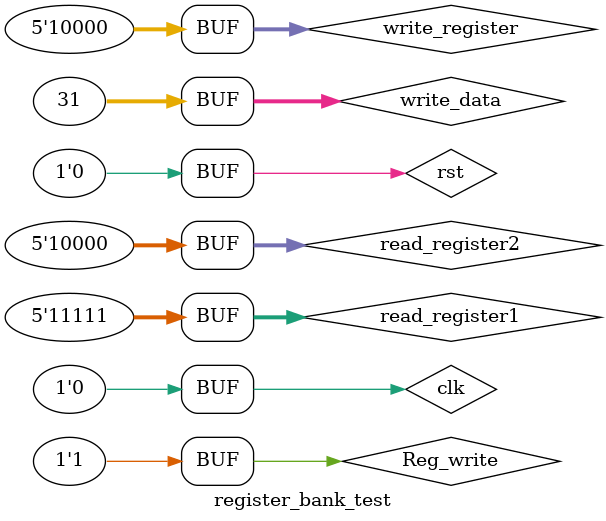
<source format=v>
`timescale 1ns / 1ps


module register_bank_test;

	// Inputs
	reg clk;
	reg rst;
	reg [4:0] read_register1;
	reg [4:0] read_register2;
	reg [4:0] write_register;
	reg [31:0] write_data;
	reg Reg_write;

	// Outputs
	wire [31:0] busA;
	wire [31:0] busB;

	// Instantiate the Unit Under Test (UUT)
	register_bank uut (
		.clk(clk),
		.rst(rst),
		.read_register1(read_register1), 
		.read_register2(read_register2), 
		.write_register(write_register), 
		.write_data(write_data), 
		.Reg_write(Reg_write), 
		.busA(busA), 
		.busB(busB)
	);

	initial begin
		// Initialize Inputs
		clk = 0;
		rst = 0;
		read_register1 = 0;
		read_register2 = 0;
		write_register = 0;
		write_data = 0;
		Reg_write = 0;
		// Wait 100 ns for global reset to finish
		#100
		rst=1;
		
		#100;
		rst=0;
		
		#100;		
		Reg_write = 1;
		write_data = 10;
		write_register = 31;
      clk = 1;
		
		#100;		
		clk = 0;
		
		#100;		
		Reg_write = 1;
		write_data = 31;
		write_register = 16;		
      clk = 1;
		
		#100
		clk = 0;
		
		#100;		
		clk = 1;
		read_register1 = 31;
		read_register2 = 16;
		
		#100;
		clk=0;
		
	end
      
endmodule


</source>
